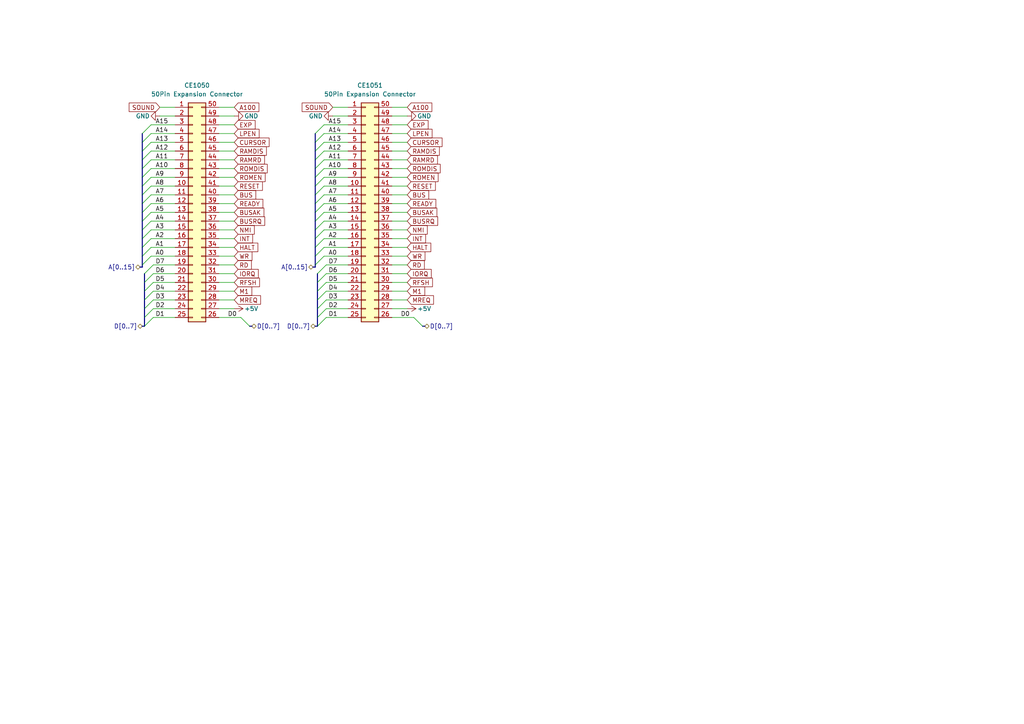
<source format=kicad_sch>
(kicad_sch (version 20230121) (generator eeschema)
  (paper "A4")
  (lib_symbols
    (symbol "Connector_Generic:Conn_02x25_Counter_Clockwise" (pin_names (offset 1.016) hide)
      (property "Reference" "J" (at 1.27 33.02 0))
      (property "Value" "Conn_02x25_Counter_Clockwise" (at 1.27 -33.02 0))
      (symbol "Conn_02x25_Counter_Clockwise_1_1"
        (rectangle (start -1.27 -30.353) (end 0 -30.607) (stroke (width 0.1524)))
        (rectangle (start -1.27 -27.813) (end 0 -28.067) (stroke (width 0.1524)))
        (rectangle (start -1.27 -25.273) (end 0 -25.527) (stroke (width 0.1524)))
        (rectangle (start -1.27 -22.733) (end 0 -22.987) (stroke (width 0.1524)))
        (rectangle (start -1.27 -20.193) (end 0 -20.447) (stroke (width 0.1524)))
        (rectangle (start -1.27 -17.653) (end 0 -17.907) (stroke (width 0.1524)))
        (rectangle (start -1.27 -15.113) (end 0 -15.367) (stroke (width 0.1524)))
        (rectangle (start -1.27 -12.573) (end 0 -12.827) (stroke (width 0.1524)))
        (rectangle (start -1.27 -10.033) (end 0 -10.287) (stroke (width 0.1524)))
        (rectangle (start -1.27 -7.493) (end 0 -7.747) (stroke (width 0.1524)))
        (rectangle (start -1.27 -4.953) (end 0 -5.207) (stroke (width 0.1524)))
        (rectangle (start -1.27 -2.413) (end 0 -2.667) (stroke (width 0.1524)))
        (rectangle (start -1.27 0.127) (end 0 -0.127) (stroke (width 0.1524)))
        (rectangle (start -1.27 2.667) (end 0 2.413) (stroke (width 0.1524)))
        (rectangle (start -1.27 5.207) (end 0 4.953) (stroke (width 0.1524)))
        (rectangle (start -1.27 7.747) (end 0 7.493) (stroke (width 0.1524)))
        (rectangle (start -1.27 10.287) (end 0 10.033) (stroke (width 0.1524)))
        (rectangle (start -1.27 12.827) (end 0 12.573) (stroke (width 0.1524)))
        (rectangle (start -1.27 15.367) (end 0 15.113) (stroke (width 0.1524)))
        (rectangle (start -1.27 17.907) (end 0 17.653) (stroke (width 0.1524)))
        (rectangle (start -1.27 20.447) (end 0 20.193) (stroke (width 0.1524)))
        (rectangle (start -1.27 22.987) (end 0 22.733) (stroke (width 0.1524)))
        (rectangle (start -1.27 25.527) (end 0 25.273) (stroke (width 0.1524)))
        (rectangle (start -1.27 28.067) (end 0 27.813) (stroke (width 0.1524)))
        (rectangle (start -1.27 30.607) (end 0 30.353) (stroke (width 0.1524)))
        (rectangle (start -1.27 31.75) (end 3.81 -31.75) (stroke (width 0.254)) (fill (type background)))
        (rectangle (start 3.81 -30.353) (end 2.54 -30.607) (stroke (width 0.1524)))
        (rectangle (start 3.81 -27.813) (end 2.54 -28.067) (stroke (width 0.1524)))
        (rectangle (start 3.81 -25.273) (end 2.54 -25.527) (stroke (width 0.1524)))
        (rectangle (start 3.81 -22.733) (end 2.54 -22.987) (stroke (width 0.1524)))
        (rectangle (start 3.81 -20.193) (end 2.54 -20.447) (stroke (width 0.1524)))
        (rectangle (start 3.81 -17.653) (end 2.54 -17.907) (stroke (width 0.1524)))
        (rectangle (start 3.81 -15.113) (end 2.54 -15.367) (stroke (width 0.1524)))
        (rectangle (start 3.81 -12.573) (end 2.54 -12.827) (stroke (width 0.1524)))
        (rectangle (start 3.81 -10.033) (end 2.54 -10.287) (stroke (width 0.1524)))
        (rectangle (start 3.81 -7.493) (end 2.54 -7.747) (stroke (width 0.1524)))
        (rectangle (start 3.81 -4.953) (end 2.54 -5.207) (stroke (width 0.1524)))
        (rectangle (start 3.81 -2.413) (end 2.54 -2.667) (stroke (width 0.1524)))
        (rectangle (start 3.81 0.127) (end 2.54 -0.127) (stroke (width 0.1524)))
        (rectangle (start 3.81 2.667) (end 2.54 2.413) (stroke (width 0.1524)))
        (rectangle (start 3.81 5.207) (end 2.54 4.953) (stroke (width 0.1524)))
        (rectangle (start 3.81 7.747) (end 2.54 7.493) (stroke (width 0.1524)))
        (rectangle (start 3.81 10.287) (end 2.54 10.033) (stroke (width 0.1524)))
        (rectangle (start 3.81 12.827) (end 2.54 12.573) (stroke (width 0.1524)))
        (rectangle (start 3.81 15.367) (end 2.54 15.113) (stroke (width 0.1524)))
        (rectangle (start 3.81 17.907) (end 2.54 17.653) (stroke (width 0.1524)))
        (rectangle (start 3.81 20.447) (end 2.54 20.193) (stroke (width 0.1524)))
        (rectangle (start 3.81 22.987) (end 2.54 22.733) (stroke (width 0.1524)))
        (rectangle (start 3.81 25.527) (end 2.54 25.273) (stroke (width 0.1524)))
        (rectangle (start 3.81 28.067) (end 2.54 27.813) (stroke (width 0.1524)))
        (rectangle (start 3.81 30.607) (end 2.54 30.353) (stroke (width 0.1524)))
        (pin passive line (at -5.08 30.48 0) (length 3.81) (name "Pin_1") (number "1"))
        (pin passive line (at -5.08 7.62 0) (length 3.81) (name "Pin_10") (number "10"))
        (pin passive line (at -5.08 5.08 0) (length 3.81) (name "Pin_11") (number "11"))
        (pin passive line (at -5.08 2.54 0) (length 3.81) (name "Pin_12") (number "12"))
        (pin passive line (at -5.08 0 0) (length 3.81) (name "Pin_13") (number "13"))
        (pin passive line (at -5.08 -2.54 0) (length 3.81) (name "Pin_14") (number "14"))
        (pin passive line (at -5.08 -5.08 0) (length 3.81) (name "Pin_15") (number "15"))
        (pin passive line (at -5.08 -7.62 0) (length 3.81) (name "Pin_16") (number "16"))
        (pin passive line (at -5.08 -10.16 0) (length 3.81) (name "Pin_17") (number "17"))
        (pin passive line (at -5.08 -12.7 0) (length 3.81) (name "Pin_18") (number "18"))
        (pin passive line (at -5.08 -15.24 0) (length 3.81) (name "Pin_19") (number "19"))
        (pin passive line (at -5.08 27.94 0) (length 3.81) (name "Pin_2") (number "2"))
        (pin passive line (at -5.08 -17.78 0) (length 3.81) (name "Pin_20") (number "20"))
        (pin passive line (at -5.08 -20.32 0) (length 3.81) (name "Pin_21") (number "21"))
        (pin passive line (at -5.08 -22.86 0) (length 3.81) (name "Pin_22") (number "22"))
        (pin passive line (at -5.08 -25.4 0) (length 3.81) (name "Pin_23") (number "23"))
        (pin passive line (at -5.08 -27.94 0) (length 3.81) (name "Pin_24") (number "24"))
        (pin passive line (at -5.08 -30.48 0) (length 3.81) (name "Pin_25") (number "25"))
        (pin passive line (at 7.62 -30.48 180) (length 3.81) (name "Pin_26") (number "26"))
        (pin passive line (at 7.62 -27.94 180) (length 3.81) (name "Pin_27") (number "27"))
        (pin passive line (at 7.62 -25.4 180) (length 3.81) (name "Pin_28") (number "28"))
        (pin passive line (at 7.62 -22.86 180) (length 3.81) (name "Pin_29") (number "29"))
        (pin passive line (at -5.08 25.4 0) (length 3.81) (name "Pin_3") (number "3"))
        (pin passive line (at 7.62 -20.32 180) (length 3.81) (name "Pin_30") (number "30"))
        (pin passive line (at 7.62 -17.78 180) (length 3.81) (name "Pin_31") (number "31"))
        (pin passive line (at 7.62 -15.24 180) (length 3.81) (name "Pin_32") (number "32"))
        (pin passive line (at 7.62 -12.7 180) (length 3.81) (name "Pin_33") (number "33"))
        (pin passive line (at 7.62 -10.16 180) (length 3.81) (name "Pin_34") (number "34"))
        (pin passive line (at 7.62 -7.62 180) (length 3.81) (name "Pin_35") (number "35"))
        (pin passive line (at 7.62 -5.08 180) (length 3.81) (name "Pin_36") (number "36"))
        (pin passive line (at 7.62 -2.54 180) (length 3.81) (name "Pin_37") (number "37"))
        (pin passive line (at 7.62 0 180) (length 3.81) (name "Pin_38") (number "38"))
        (pin passive line (at 7.62 2.54 180) (length 3.81) (name "Pin_39") (number "39"))
        (pin passive line (at -5.08 22.86 0) (length 3.81) (name "Pin_4") (number "4"))
        (pin passive line (at 7.62 5.08 180) (length 3.81) (name "Pin_40") (number "40"))
        (pin passive line (at 7.62 7.62 180) (length 3.81) (name "Pin_41") (number "41"))
        (pin passive line (at 7.62 10.16 180) (length 3.81) (name "Pin_42") (number "42"))
        (pin passive line (at 7.62 12.7 180) (length 3.81) (name "Pin_43") (number "43"))
        (pin passive line (at 7.62 15.24 180) (length 3.81) (name "Pin_44") (number "44"))
        (pin passive line (at 7.62 17.78 180) (length 3.81) (name "Pin_45") (number "45"))
        (pin passive line (at 7.62 20.32 180) (length 3.81) (name "Pin_46") (number "46"))
        (pin passive line (at 7.62 22.86 180) (length 3.81) (name "Pin_47") (number "47"))
        (pin passive line (at 7.62 25.4 180) (length 3.81) (name "Pin_48") (number "48"))
        (pin passive line (at 7.62 27.94 180) (length 3.81) (name "Pin_49") (number "49"))
        (pin passive line (at -5.08 20.32 0) (length 3.81) (name "Pin_5") (number "5"))
        (pin passive line (at 7.62 30.48 180) (length 3.81) (name "Pin_50") (number "50"))
        (pin passive line (at -5.08 17.78 0) (length 3.81) (name "Pin_6") (number "6"))
        (pin passive line (at -5.08 15.24 0) (length 3.81) (name "Pin_7") (number "7"))
        (pin passive line (at -5.08 12.7 0) (length 3.81) (name "Pin_8") (number "8"))
        (pin passive line (at -5.08 10.16 0) (length 3.81) (name "Pin_9") (number "9"))
      )
    )
    (symbol "power:+5V" (power) (pin_names (offset 0))
      (property "Value" "+5V" (at 0 3.556 0))
      (symbol "+5V_0_1"
        (polyline (pts (xy -0.762 1.27) (xy 0 2.54)))
        (polyline (pts (xy 0 0) (xy 0 2.54)))
        (polyline (pts (xy 0 2.54) (xy 0.762 1.27)))
      )
      (symbol "+5V_1_1"
        (pin power_in line (at 0 0 90) (length 0) hide (name "+5V") (number "1"))
      )
    )
    (symbol "power:GND" (power) (pin_names (offset 0))
      (property "Value" "GND" (at 0 -3.81 0))
      (symbol "GND_0_1"
        (polyline (pts (xy 0 0) (xy 0 -1.27) (xy 1.27 -1.27) (xy 0 -2.54) (xy -1.27 -1.27) (xy 0 -1.27)))
      )
      (symbol "GND_1_1"
        (pin power_in line (at 0 0 270) (length 0) hide (name "GND") (number "1"))
      )
    )
  )
  (bus_entry (at 91.44 64.135) (size 2.54 -2.54))
  (bus_entry (at 41.91 94.615) (size 2.54 -2.54))
  (bus_entry (at 41.275 46.355) (size 2.54 -2.54))
  (bus_entry (at 91.44 48.895) (size 2.54 -2.54))
  (bus_entry (at 91.44 66.675) (size 2.54 -2.54))
  (bus_entry (at 91.44 71.755) (size 2.54 -2.54))
  (bus_entry (at 41.91 81.915) (size 2.54 -2.54))
  (bus_entry (at 91.44 53.975) (size 2.54 -2.54))
  (bus_entry (at 41.275 43.815) (size 2.54 -2.54))
  (bus_entry (at 41.275 61.595) (size 2.54 -2.54))
  (bus_entry (at 41.275 76.835) (size 2.54 -2.54))
  (bus_entry (at 41.91 79.375) (size 2.54 -2.54))
  (bus_entry (at 120.015 92.075) (size 2.54 2.54))
  (bus_entry (at 91.44 51.435) (size 2.54 -2.54))
  (bus_entry (at 41.275 66.675) (size 2.54 -2.54))
  (bus_entry (at 92.075 81.915) (size 2.54 -2.54))
  (bus_entry (at 41.275 53.975) (size 2.54 -2.54))
  (bus_entry (at 92.075 84.455) (size 2.54 -2.54))
  (bus_entry (at 41.91 86.995) (size 2.54 -2.54))
  (bus_entry (at 91.44 41.275) (size 2.54 -2.54))
  (bus_entry (at 92.075 79.375) (size 2.54 -2.54))
  (bus_entry (at 92.075 86.995) (size 2.54 -2.54))
  (bus_entry (at 41.275 51.435) (size 2.54 -2.54))
  (bus_entry (at 41.275 48.895) (size 2.54 -2.54))
  (bus_entry (at 91.44 76.835) (size 2.54 -2.54))
  (bus_entry (at 41.275 74.295) (size 2.54 -2.54))
  (bus_entry (at 91.44 56.515) (size 2.54 -2.54))
  (bus_entry (at 41.275 64.135) (size 2.54 -2.54))
  (bus_entry (at 69.85 92.075) (size 2.54 2.54))
  (bus_entry (at 41.275 71.755) (size 2.54 -2.54))
  (bus_entry (at 41.275 69.215) (size 2.54 -2.54))
  (bus_entry (at 91.44 43.815) (size 2.54 -2.54))
  (bus_entry (at 92.075 94.615) (size 2.54 -2.54))
  (bus_entry (at 41.275 59.055) (size 2.54 -2.54))
  (bus_entry (at 91.44 38.735) (size 2.54 -2.54))
  (bus_entry (at 41.91 92.075) (size 2.54 -2.54))
  (bus_entry (at 92.075 92.075) (size 2.54 -2.54))
  (bus_entry (at 41.275 56.515) (size 2.54 -2.54))
  (bus_entry (at 41.91 89.535) (size 2.54 -2.54))
  (bus_entry (at 91.44 61.595) (size 2.54 -2.54))
  (bus_entry (at 92.075 89.535) (size 2.54 -2.54))
  (bus_entry (at 91.44 59.055) (size 2.54 -2.54))
  (bus_entry (at 41.275 38.735) (size 2.54 -2.54))
  (bus_entry (at 91.44 74.295) (size 2.54 -2.54))
  (bus_entry (at 41.91 84.455) (size 2.54 -2.54))
  (bus_entry (at 91.44 69.215) (size 2.54 -2.54))
  (bus_entry (at 91.44 46.355) (size 2.54 -2.54))
  (bus_entry (at 41.275 41.275) (size 2.54 -2.54))
  (bus (pts (xy 92.075 79.375) (xy 92.075 81.915)))
  (wire (pts (xy 113.665 79.375) (xy 118.11 79.375)))
  (wire (pts (xy 43.815 74.295) (xy 50.8 74.295)))
  (wire (pts (xy 113.665 74.295) (xy 118.11 74.295)))
  (wire (pts (xy 43.815 51.435) (xy 50.8 51.435)))
  (wire (pts (xy 113.665 56.515) (xy 118.11 56.515)))
  (wire (pts (xy 113.665 84.455) (xy 118.11 84.455)))
  (wire (pts (xy 113.665 92.075) (xy 120.015 92.075)))
  (wire (pts (xy 113.665 66.675) (xy 118.11 66.675)))
  (bus (pts (xy 41.275 48.895) (xy 41.275 51.435)))
  (wire (pts (xy 43.815 56.515) (xy 50.8 56.515)))
  (wire (pts (xy 93.98 43.815) (xy 100.965 43.815)))
  (wire (pts (xy 43.815 59.055) (xy 50.8 59.055)))
  (bus (pts (xy 41.275 46.355) (xy 41.275 48.895)))
  (bus (pts (xy 41.275 69.215) (xy 41.275 71.755)))
  (wire (pts (xy 113.665 33.655) (xy 118.11 33.655)))
  (wire (pts (xy 63.5 38.735) (xy 67.945 38.735)))
  (wire (pts (xy 93.98 56.515) (xy 100.965 56.515)))
  (wire (pts (xy 93.98 41.275) (xy 100.965 41.275)))
  (wire (pts (xy 94.615 86.995) (xy 100.965 86.995)))
  (wire (pts (xy 43.815 41.275) (xy 50.8 41.275)))
  (bus (pts (xy 41.275 74.295) (xy 41.275 76.835)))
  (bus (pts (xy 91.44 94.615) (xy 92.075 94.615)))
  (wire (pts (xy 63.5 48.895) (xy 67.945 48.895)))
  (bus (pts (xy 91.44 61.595) (xy 91.44 64.135)))
  (wire (pts (xy 93.98 36.195) (xy 100.965 36.195)))
  (bus (pts (xy 41.275 41.275) (xy 41.275 43.815)))
  (wire (pts (xy 113.665 81.915) (xy 118.11 81.915)))
  (wire (pts (xy 43.815 36.195) (xy 50.8 36.195)))
  (wire (pts (xy 63.5 92.075) (xy 69.85 92.075)))
  (wire (pts (xy 113.665 59.055) (xy 118.11 59.055)))
  (wire (pts (xy 113.665 51.435) (xy 118.11 51.435)))
  (wire (pts (xy 46.355 33.655) (xy 50.8 33.655)))
  (wire (pts (xy 113.665 48.895) (xy 118.11 48.895)))
  (wire (pts (xy 113.665 53.975) (xy 118.11 53.975)))
  (wire (pts (xy 63.5 36.195) (xy 67.945 36.195)))
  (bus (pts (xy 91.44 64.135) (xy 91.44 66.675)))
  (bus (pts (xy 41.91 89.535) (xy 41.91 92.075)))
  (wire (pts (xy 63.5 76.835) (xy 67.945 76.835)))
  (bus (pts (xy 41.275 51.435) (xy 41.275 53.975)))
  (wire (pts (xy 113.665 71.755) (xy 118.11 71.755)))
  (bus (pts (xy 41.275 76.835) (xy 41.275 77.47)))
  (wire (pts (xy 63.5 41.275) (xy 67.945 41.275)))
  (bus (pts (xy 41.275 43.815) (xy 41.275 46.355)))
  (wire (pts (xy 113.665 69.215) (xy 118.11 69.215)))
  (wire (pts (xy 63.5 53.975) (xy 67.945 53.975)))
  (wire (pts (xy 113.665 89.535) (xy 118.11 89.535)))
  (wire (pts (xy 44.45 76.835) (xy 50.8 76.835)))
  (wire (pts (xy 63.5 46.355) (xy 67.945 46.355)))
  (wire (pts (xy 43.815 64.135) (xy 50.8 64.135)))
  (bus (pts (xy 91.44 53.975) (xy 91.44 56.515)))
  (wire (pts (xy 44.45 92.075) (xy 50.8 92.075)))
  (wire (pts (xy 93.98 74.295) (xy 100.965 74.295)))
  (wire (pts (xy 113.665 76.835) (xy 118.11 76.835)))
  (wire (pts (xy 93.98 59.055) (xy 100.965 59.055)))
  (bus (pts (xy 91.44 76.835) (xy 91.44 77.47)))
  (bus (pts (xy 91.44 66.675) (xy 91.44 69.215)))
  (bus (pts (xy 90.805 77.47) (xy 91.44 77.47)))
  (wire (pts (xy 93.98 51.435) (xy 100.965 51.435)))
  (wire (pts (xy 113.665 36.195) (xy 118.11 36.195)))
  (wire (pts (xy 63.5 79.375) (xy 67.945 79.375)))
  (wire (pts (xy 96.52 31.115) (xy 100.965 31.115)))
  (wire (pts (xy 63.5 51.435) (xy 67.945 51.435)))
  (bus (pts (xy 92.075 86.995) (xy 92.075 89.535)))
  (wire (pts (xy 93.98 48.895) (xy 100.965 48.895)))
  (wire (pts (xy 63.5 86.995) (xy 67.945 86.995)))
  (wire (pts (xy 44.45 89.535) (xy 50.8 89.535)))
  (wire (pts (xy 113.665 31.115) (xy 118.11 31.115)))
  (wire (pts (xy 63.5 59.055) (xy 67.945 59.055)))
  (wire (pts (xy 93.98 46.355) (xy 100.965 46.355)))
  (wire (pts (xy 43.815 43.815) (xy 50.8 43.815)))
  (wire (pts (xy 113.665 41.275) (xy 118.11 41.275)))
  (bus (pts (xy 41.91 79.375) (xy 41.91 81.915)))
  (wire (pts (xy 44.45 84.455) (xy 50.8 84.455)))
  (wire (pts (xy 63.5 69.215) (xy 67.945 69.215)))
  (bus (pts (xy 92.075 92.075) (xy 92.075 94.615)))
  (wire (pts (xy 94.615 89.535) (xy 100.965 89.535)))
  (bus (pts (xy 91.44 41.275) (xy 91.44 43.815)))
  (bus (pts (xy 92.075 84.455) (xy 92.075 86.995)))
  (bus (pts (xy 91.44 38.735) (xy 91.44 41.275)))
  (wire (pts (xy 93.98 64.135) (xy 100.965 64.135)))
  (wire (pts (xy 63.5 64.135) (xy 67.945 64.135)))
  (bus (pts (xy 91.44 48.895) (xy 91.44 51.435)))
  (wire (pts (xy 63.5 71.755) (xy 67.945 71.755)))
  (wire (pts (xy 43.815 71.755) (xy 50.8 71.755)))
  (wire (pts (xy 63.5 56.515) (xy 67.945 56.515)))
  (bus (pts (xy 91.44 51.435) (xy 91.44 53.975)))
  (bus (pts (xy 41.275 94.615) (xy 41.91 94.615)))
  (wire (pts (xy 44.45 81.915) (xy 50.8 81.915)))
  (bus (pts (xy 41.275 59.055) (xy 41.275 61.595)))
  (bus (pts (xy 91.44 59.055) (xy 91.44 61.595)))
  (wire (pts (xy 113.665 64.135) (xy 118.11 64.135)))
  (bus (pts (xy 92.075 81.915) (xy 92.075 84.455)))
  (wire (pts (xy 43.815 69.215) (xy 50.8 69.215)))
  (wire (pts (xy 93.98 66.675) (xy 100.965 66.675)))
  (wire (pts (xy 63.5 61.595) (xy 67.945 61.595)))
  (wire (pts (xy 63.5 84.455) (xy 67.945 84.455)))
  (wire (pts (xy 43.815 46.355) (xy 50.8 46.355)))
  (wire (pts (xy 43.815 48.895) (xy 50.8 48.895)))
  (wire (pts (xy 94.615 81.915) (xy 100.965 81.915)))
  (bus (pts (xy 73.025 94.615) (xy 72.39 94.615)))
  (wire (pts (xy 94.615 76.835) (xy 100.965 76.835)))
  (bus (pts (xy 41.91 84.455) (xy 41.91 86.995)))
  (wire (pts (xy 96.52 33.655) (xy 100.965 33.655)))
  (bus (pts (xy 91.44 74.295) (xy 91.44 76.835)))
  (wire (pts (xy 93.98 53.975) (xy 100.965 53.975)))
  (bus (pts (xy 92.075 89.535) (xy 92.075 92.075)))
  (bus (pts (xy 41.275 56.515) (xy 41.275 59.055)))
  (wire (pts (xy 43.815 38.735) (xy 50.8 38.735)))
  (wire (pts (xy 46.355 31.115) (xy 50.8 31.115)))
  (wire (pts (xy 113.665 86.995) (xy 118.11 86.995)))
  (wire (pts (xy 113.665 61.595) (xy 118.11 61.595)))
  (wire (pts (xy 93.98 38.735) (xy 100.965 38.735)))
  (wire (pts (xy 94.615 79.375) (xy 100.965 79.375)))
  (wire (pts (xy 63.5 89.535) (xy 67.945 89.535)))
  (bus (pts (xy 91.44 71.755) (xy 91.44 74.295)))
  (bus (pts (xy 91.44 43.815) (xy 91.44 46.355)))
  (wire (pts (xy 93.98 69.215) (xy 100.965 69.215)))
  (bus (pts (xy 41.91 81.915) (xy 41.91 84.455)))
  (wire (pts (xy 44.45 79.375) (xy 50.8 79.375)))
  (wire (pts (xy 63.5 31.115) (xy 67.945 31.115)))
  (wire (pts (xy 43.815 66.675) (xy 50.8 66.675)))
  (wire (pts (xy 94.615 84.455) (xy 100.965 84.455)))
  (wire (pts (xy 113.665 43.815) (xy 118.11 43.815)))
  (bus (pts (xy 41.275 38.735) (xy 41.275 41.275)))
  (bus (pts (xy 41.91 92.075) (xy 41.91 94.615)))
  (wire (pts (xy 113.665 38.735) (xy 118.11 38.735)))
  (wire (pts (xy 94.615 92.075) (xy 100.965 92.075)))
  (wire (pts (xy 44.45 86.995) (xy 50.8 86.995)))
  (bus (pts (xy 41.275 66.675) (xy 41.275 69.215)))
  (bus (pts (xy 40.64 77.47) (xy 41.275 77.47)))
  (wire (pts (xy 93.98 61.595) (xy 100.965 61.595)))
  (wire (pts (xy 63.5 81.915) (xy 67.945 81.915)))
  (wire (pts (xy 43.815 61.595) (xy 50.8 61.595)))
  (bus (pts (xy 41.275 71.755) (xy 41.275 74.295)))
  (bus (pts (xy 91.44 69.215) (xy 91.44 71.755)))
  (bus (pts (xy 91.44 46.355) (xy 91.44 48.895)))
  (wire (pts (xy 93.98 71.755) (xy 100.965 71.755)))
  (bus (pts (xy 41.275 61.595) (xy 41.275 64.135)))
  (bus (pts (xy 41.275 53.975) (xy 41.275 56.515)))
  (wire (pts (xy 63.5 74.295) (xy 67.945 74.295)))
  (wire (pts (xy 113.665 46.355) (xy 118.11 46.355)))
  (bus (pts (xy 91.44 56.515) (xy 91.44 59.055)))
  (bus (pts (xy 123.19 94.615) (xy 122.555 94.615)))
  (wire (pts (xy 63.5 43.815) (xy 67.945 43.815)))
  (bus (pts (xy 41.275 64.135) (xy 41.275 66.675)))
  (wire (pts (xy 63.5 66.675) (xy 67.945 66.675)))
  (wire (pts (xy 43.815 53.975) (xy 50.8 53.975)))
  (wire (pts (xy 63.5 33.655) (xy 67.945 33.655)))
  (bus (pts (xy 41.91 86.995) (xy 41.91 89.535)))
  (label "D6" (at 45.085 79.375 0))
  (label "A12" (at 45.085 43.815 0))
  (label "A13" (at 95.25 41.275 0))
  (label "A7" (at 95.25 56.515 0))
  (label "A11" (at 45.085 46.355 0))
  (label "A2" (at 95.25 69.215 0))
  (label "A5" (at 95.25 61.595 0))
  (label "A4" (at 45.085 64.135 0))
  (label "D2" (at 95.25 89.535 0))
  (label "A2" (at 45.085 69.215 0))
  (label "A10" (at 95.25 48.895 0))
  (label "A5" (at 45.085 61.595 0))
  (label "D4" (at 45.085 84.455 0))
  (label "A0" (at 45.085 74.295 0))
  (label "A14" (at 95.25 38.735 0))
  (label "D0" (at 66.04 92.075 0))
  (label "D5" (at 95.25 81.915 0))
  (label "D3" (at 45.085 86.995 0))
  (label "D6" (at 95.25 79.375 0))
  (label "A3" (at 45.085 66.675 0))
  (label "D1" (at 95.25 92.075 0))
  (label "A1" (at 45.085 71.755 0))
  (label "A6" (at 95.25 59.055 0))
  (label "A11" (at 95.25 46.355 0))
  (label "A7" (at 45.085 56.515 0))
  (label "A8" (at 95.25 53.975 0))
  (label "D7" (at 45.085 76.835 0))
  (label "A10" (at 45.085 48.895 0))
  (label "A13" (at 45.085 41.275 0))
  (label "D4" (at 95.25 84.455 0))
  (label "A0" (at 95.25 74.295 0))
  (label "A3" (at 95.25 66.675 0))
  (label "A8" (at 45.085 53.975 0))
  (label "D7" (at 95.25 76.835 0))
  (label "A15" (at 95.25 36.195 0))
  (label "A12" (at 95.25 43.815 0))
  (label "D2" (at 45.085 89.535 0))
  (label "A9" (at 95.25 51.435 0))
  (label "A1" (at 95.25 71.755 0))
  (label "D0" (at 116.205 92.075 0))
  (label "A15" (at 45.085 36.195 0))
  (label "D1" (at 45.085 92.075 0))
  (label "A4" (at 95.25 64.135 0))
  (label "D3" (at 95.25 86.995 0))
  (label "D5" (at 45.085 81.915 0))
  (label "A9" (at 45.085 51.435 0))
  (label "A14" (at 45.085 38.735 0))
  (label "A6" (at 45.085 59.055 0))
  (global_label "ROMDIS" (shape input) (at 67.945 48.895 0) (property "Intersheetrefs" "${INTERSHEET_REFS}" (effects hide)))
  (global_label "RESET" (shape input) (at 67.945 53.975 0) (property "Intersheetrefs" "${INTERSHEET_REFS}" (effects hide)))
  (global_label "RD" (shape input) (at 118.11 76.835 0) (property "Intersheetrefs" "${INTERSHEET_REFS}" (effects hide)))
  (global_label "NMI" (shape input) (at 118.11 66.675 0) (property "Intersheetrefs" "${INTERSHEET_REFS}" (effects hide)))
  (global_label "BUSRQ" (shape input) (at 67.945 64.135 0) (property "Intersheetrefs" "${INTERSHEET_REFS}" (effects hide)))
  (global_label "A100" (shape input) (at 67.945 31.115 0) (property "Intersheetrefs" "${INTERSHEET_REFS}" (effects hide)))
  (global_label "BUSAK" (shape input) (at 118.11 61.595 0) (property "Intersheetrefs" "${INTERSHEET_REFS}" (effects hide)))
  (global_label "ROMDIS" (shape input) (at 118.11 48.895 0) (property "Intersheetrefs" "${INTERSHEET_REFS}" (effects hide)))
  (global_label "EXP" (shape input) (at 67.945 36.195 0) (property "Intersheetrefs" "${INTERSHEET_REFS}" (effects hide)))
  (global_label "IORQ" (shape input) (at 67.945 79.375 0) (property "Intersheetrefs" "${INTERSHEET_REFS}" (effects hide)))
  (global_label "BUSAK" (shape input) (at 67.945 61.595 0) (property "Intersheetrefs" "${INTERSHEET_REFS}" (effects hide)))
  (global_label "LPEN" (shape input) (at 118.11 38.735 0) (property "Intersheetrefs" "${INTERSHEET_REFS}" (effects hide)))
  (global_label "WR" (shape input) (at 118.11 74.295 0) (property "Intersheetrefs" "${INTERSHEET_REFS}" (effects hide)))
  (global_label "INT" (shape input) (at 118.11 69.215 0) (property "Intersheetrefs" "${INTERSHEET_REFS}" (effects hide)))
  (global_label "M1" (shape input) (at 118.11 84.455 0) (property "Intersheetrefs" "${INTERSHEET_REFS}" (effects hide)))
  (global_label "M1" (shape input) (at 67.945 84.455 0) (property "Intersheetrefs" "${INTERSHEET_REFS}" (effects hide)))
  (global_label "RD" (shape input) (at 67.945 76.835 0) (property "Intersheetrefs" "${INTERSHEET_REFS}" (effects hide)))
  (global_label "SOUND" (shape input) (at 96.52 31.115 180) (property "Intersheetrefs" "${INTERSHEET_REFS}" (effects hide)))
  (global_label "HALT" (shape input) (at 118.11 71.755 0) (property "Intersheetrefs" "${INTERSHEET_REFS}" (effects hide)))
  (global_label "INT" (shape input) (at 67.945 69.215 0) (property "Intersheetrefs" "${INTERSHEET_REFS}" (effects hide)))
  (global_label "LPEN" (shape input) (at 67.945 38.735 0) (property "Intersheetrefs" "${INTERSHEET_REFS}" (effects hide)))
  (global_label "CURSOR" (shape input) (at 67.945 41.275 0) (property "Intersheetrefs" "${INTERSHEET_REFS}" (effects hide)))
  (global_label "EXP" (shape input) (at 118.11 36.195 0) (property "Intersheetrefs" "${INTERSHEET_REFS}" (effects hide)))
  (global_label "BUS" (shape input) (at 67.945 56.515 0) (property "Intersheetrefs" "${INTERSHEET_REFS}" (effects hide)))
  (global_label "RAMRD" (shape input) (at 118.11 46.355 0) (property "Intersheetrefs" "${INTERSHEET_REFS}" (effects hide)))
  (global_label "SOUND" (shape input) (at 46.355 31.115 180) (property "Intersheetrefs" "${INTERSHEET_REFS}" (effects hide)))
  (global_label "ROMEN" (shape input) (at 67.945 51.435 0) (property "Intersheetrefs" "${INTERSHEET_REFS}" (effects hide)))
  (global_label "READY" (shape input) (at 67.945 59.055 0) (property "Intersheetrefs" "${INTERSHEET_REFS}" (effects hide)))
  (global_label "ROMEN" (shape input) (at 118.11 51.435 0) (property "Intersheetrefs" "${INTERSHEET_REFS}" (effects hide)))
  (global_label "RAMDIS" (shape input) (at 118.11 43.815 0) (property "Intersheetrefs" "${INTERSHEET_REFS}" (effects hide)))
  (global_label "RESET" (shape input) (at 118.11 53.975 0) (property "Intersheetrefs" "${INTERSHEET_REFS}" (effects hide)))
  (global_label "NMI" (shape input) (at 67.945 66.675 0) (property "Intersheetrefs" "${INTERSHEET_REFS}" (effects hide)))
  (global_label "RAMDIS" (shape input) (at 67.945 43.815 0) (property "Intersheetrefs" "${INTERSHEET_REFS}" (effects hide)))
  (global_label "READY" (shape input) (at 118.11 59.055 0) (property "Intersheetrefs" "${INTERSHEET_REFS}" (effects hide)))
  (global_label "WR" (shape input) (at 67.945 74.295 0) (property "Intersheetrefs" "${INTERSHEET_REFS}" (effects hide)))
  (global_label "IORQ" (shape input) (at 118.11 79.375 0) (property "Intersheetrefs" "${INTERSHEET_REFS}" (effects hide)))
  (global_label "BUSRQ" (shape input) (at 118.11 64.135 0) (property "Intersheetrefs" "${INTERSHEET_REFS}" (effects hide)))
  (global_label "BUS" (shape input) (at 118.11 56.515 0) (property "Intersheetrefs" "${INTERSHEET_REFS}" (effects hide)))
  (global_label "CURSOR" (shape input) (at 118.11 41.275 0) (property "Intersheetrefs" "${INTERSHEET_REFS}" (effects hide)))
  (global_label "MREQ" (shape input) (at 67.945 86.995 0) (property "Intersheetrefs" "${INTERSHEET_REFS}" (effects hide)))
  (global_label "HALT" (shape input) (at 67.945 71.755 0) (property "Intersheetrefs" "${INTERSHEET_REFS}" (effects hide)))
  (global_label "A100" (shape input) (at 118.11 31.115 0) (property "Intersheetrefs" "${INTERSHEET_REFS}" (effects hide)))
  (global_label "RFSH" (shape input) (at 118.11 81.915 0) (property "Intersheetrefs" "${INTERSHEET_REFS}" (effects hide)))
  (global_label "MREQ" (shape input) (at 118.11 86.995 0) (property "Intersheetrefs" "${INTERSHEET_REFS}" (effects hide)))
  (global_label "RAMRD" (shape input) (at 67.945 46.355 0) (property "Intersheetrefs" "${INTERSHEET_REFS}" (effects hide)))
  (global_label "RFSH" (shape input) (at 67.945 81.915 0) (property "Intersheetrefs" "${INTERSHEET_REFS}" (effects hide)))
  (hierarchical_label "A[0..15]" (shape bidirectional) (at 90.805 77.47 180))
  (hierarchical_label "D[0..7]" (shape bidirectional) (at 91.44 94.615 180))
  (hierarchical_label "D[0..7]" (shape bidirectional) (at 123.19 94.615 0))
  (hierarchical_label "D[0..7]" (shape bidirectional) (at 73.025 94.615 0))
  (hierarchical_label "D[0..7]" (shape bidirectional) (at 41.275 94.615 180))
  (hierarchical_label "A[0..15]" (shape bidirectional) (at 40.64 77.47 180))
  (symbol (lib_id "power:+5V") (at 67.945 89.535 270) (unit 1)
    (property "Reference" "#PWR0107" (effects hide))
    (property "Value" "+5V" (at 74.93 89.535 90) (effects (justify right)))
  )
  (symbol (lib_id "power:GND") (at 46.355 33.655 270) (unit 1)
    (property "Reference" "#PWR0119" (effects hide))
    (property "Value" "GND" (at 39.37 33.655 90) (effects (justify left)))
  )
  (symbol (lib_id "Connector_Generic:Conn_02x25_Counter_Clockwise") (at 55.88 61.595 0) (unit 1)
    (property "Reference" "CE1050" (at 57.15 24.765 0))
    (property "Value" "50Pin Expansion Connector" (at 57.15 27.305 0))
    (property "Footprint" "CPC464-MINI:EXPANSION_IDC_ANONYMISED" (effects hide))
  )
  (symbol (lib_id "power:GND") (at 67.945 33.655 90) (unit 1)
    (property "Reference" "#PWR0105" (effects hide))
    (property "Value" "GND" (at 74.93 33.655 90) (effects (justify left)))
  )
  (symbol (lib_id "Connector_Generic:Conn_02x25_Counter_Clockwise") (at 106.045 61.595 0) (unit 1)
    (property "Reference" "CE1051" (at 107.315 24.765 0))
    (property "Value" "50Pin Expansion Connector" (at 107.315 27.305 0))
    (property "Footprint" "CPC464-MINI:EXPANSION_IDC_ANONYMISED" (effects hide))
  )
  (symbol (lib_id "power:+5V") (at 118.11 89.535 270) (unit 1)
    (property "Reference" "#PWR0148" (effects hide))
    (property "Value" "+5V" (at 125.095 89.535 90) (effects (justify right)))
  )
  (symbol (lib_id "power:GND") (at 96.52 33.655 270) (unit 1)
    (property "Reference" "#PWR0160" (effects hide))
    (property "Value" "GND" (at 89.535 33.655 90) (effects (justify left)))
  )
  (symbol (lib_id "power:GND") (at 118.11 33.655 90) (unit 1)
    (property "Reference" "#PWR0165" (effects hide))
    (property "Value" "GND" (at 125.095 33.655 90) (effects (justify left)))
  )
)
</source>
